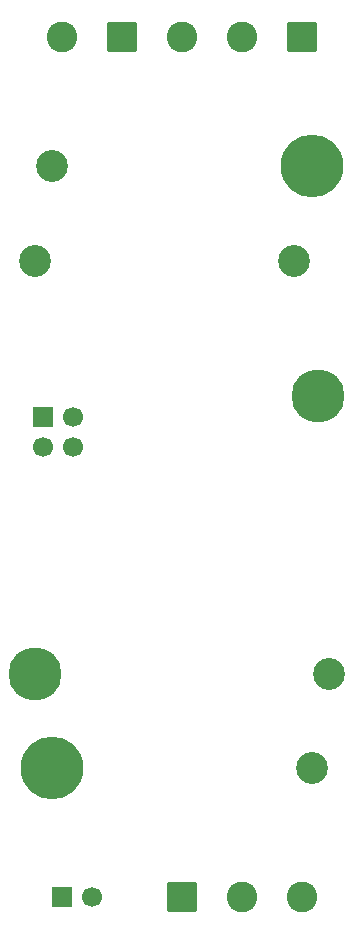
<source format=gbr>
%TF.GenerationSoftware,KiCad,Pcbnew,9.0.1*%
%TF.CreationDate,2025-08-02T01:33:37-07:00*%
%TF.ProjectId,bottom,626f7474-6f6d-42e6-9b69-6361645f7063,A1*%
%TF.SameCoordinates,PX578c1c0PY3d09000*%
%TF.FileFunction,Soldermask,Bot*%
%TF.FilePolarity,Negative*%
%FSLAX46Y46*%
G04 Gerber Fmt 4.6, Leading zero omitted, Abs format (unit mm)*
G04 Created by KiCad (PCBNEW 9.0.1) date 2025-08-02 01:33:37*
%MOMM*%
%LPD*%
G01*
G04 APERTURE LIST*
G04 Aperture macros list*
%AMRoundRect*
0 Rectangle with rounded corners*
0 $1 Rounding radius*
0 $2 $3 $4 $5 $6 $7 $8 $9 X,Y pos of 4 corners*
0 Add a 4 corners polygon primitive as box body*
4,1,4,$2,$3,$4,$5,$6,$7,$8,$9,$2,$3,0*
0 Add four circle primitives for the rounded corners*
1,1,$1+$1,$2,$3*
1,1,$1+$1,$4,$5*
1,1,$1+$1,$6,$7*
1,1,$1+$1,$8,$9*
0 Add four rect primitives between the rounded corners*
20,1,$1+$1,$2,$3,$4,$5,0*
20,1,$1+$1,$4,$5,$6,$7,0*
20,1,$1+$1,$6,$7,$8,$9,0*
20,1,$1+$1,$8,$9,$2,$3,0*%
G04 Aperture macros list end*
%ADD10RoundRect,0.250000X-1.050000X-1.050000X1.050000X-1.050000X1.050000X1.050000X-1.050000X1.050000X0*%
%ADD11C,2.600000*%
%ADD12C,2.700000*%
%ADD13R,1.700000X1.700000*%
%ADD14C,1.700000*%
%ADD15RoundRect,0.250000X1.050000X1.050000X-1.050000X1.050000X-1.050000X-1.050000X1.050000X-1.050000X0*%
%ADD16C,4.500000*%
%ADD17C,5.300000*%
G04 APERTURE END LIST*
D10*
%TO.C,J4*%
X16100000Y-77920000D03*
D11*
X21180000Y-77920000D03*
X26260000Y-77920000D03*
%TD*%
D12*
%TO.C,H4*%
X27100000Y-67000000D03*
%TD*%
D13*
%TO.C,J5*%
X5940000Y-77920000D03*
D14*
X8480000Y-77920000D03*
%TD*%
D15*
%TO.C,J1*%
X11020000Y-5080000D03*
D11*
X5940000Y-5080000D03*
%TD*%
D15*
%TO.C,J2*%
X26260000Y-5080000D03*
D11*
X21180000Y-5080000D03*
X16100000Y-5080000D03*
%TD*%
D16*
%TO.C,H8*%
X3650000Y-59000000D03*
%TD*%
%TO.C,H9*%
X27650000Y-35500000D03*
%TD*%
D12*
%TO.C,H5*%
X5100000Y-16000000D03*
%TD*%
%TO.C,H3*%
X3650000Y-24000000D03*
%TD*%
D17*
%TO.C,H6*%
X5100000Y-67000000D03*
%TD*%
%TO.C,H7*%
X27100000Y-16000000D03*
%TD*%
D12*
%TO.C,H1*%
X25550000Y-24000000D03*
%TD*%
%TO.C,H2*%
X28550000Y-59000000D03*
%TD*%
D13*
%TO.C,J3*%
X4330000Y-37230000D03*
D14*
X6870000Y-37230000D03*
X4330000Y-39770000D03*
X6870000Y-39770000D03*
%TD*%
M02*

</source>
